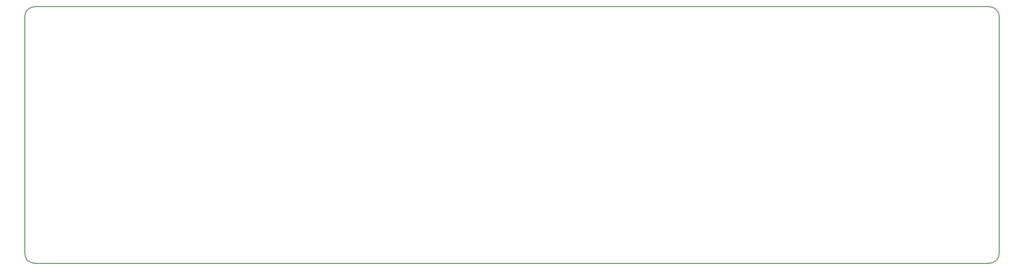
<source format=gbr>
%TF.GenerationSoftware,KiCad,Pcbnew,(6.0.4)*%
%TF.CreationDate,2022-07-31T16:18:00-04:00*%
%TF.ProjectId,backplate,6261636b-706c-4617-9465-2e6b69636164,v1.0.0*%
%TF.SameCoordinates,Original*%
%TF.FileFunction,Profile,NP*%
%FSLAX46Y46*%
G04 Gerber Fmt 4.6, Leading zero omitted, Abs format (unit mm)*
G04 Created by KiCad (PCBNEW (6.0.4)) date 2022-07-31 16:18:00*
%MOMM*%
%LPD*%
G01*
G04 APERTURE LIST*
%TA.AperFunction,Profile*%
%ADD10C,0.150000*%
%TD*%
G04 APERTURE END LIST*
D10*
X-7750000Y-9250000D02*
X187750000Y-9250000D01*
X187750000Y-9250000D02*
G75*
G03*
X189750000Y-7250000I0J2000000D01*
G01*
X189750000Y-7250000D02*
X189750000Y41250000D01*
X189750000Y41250000D02*
G75*
G03*
X187750000Y43250000I-2000000J0D01*
G01*
X187750000Y43250000D02*
X-7750000Y43250000D01*
X-7750000Y43250000D02*
G75*
G03*
X-9750000Y41250000I0J-2000000D01*
G01*
X-9750000Y41250000D02*
X-9750000Y-7250000D01*
X-9750000Y-7250000D02*
G75*
G03*
X-7750000Y-9250000I2000000J0D01*
G01*
M02*

</source>
